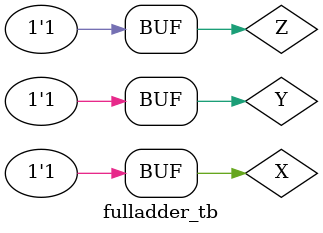
<source format=v>
module fulladder (X ,Y ,Z ,S , C ) ;
    output S , C ;
    input X ,Y , Z ;
    assign S = X ^ Y ^ Z ;
    assign C =( X & Y ) |(( X ^ Y ) & Z ) ;
endmodule

module fulladder_tb ;
    reg X ,Y , Z ;
    wire S , C ;
    fulladder gate (X ,Y ,Z ,S , C ) ;
    initial begin
        $dumpfile ("fulladder.vcd") ;
        $dumpvars (0 , fulladder_tb ) ;
        $display ( " X Y Z S C " ) ;
        $monitor (X , " " ,Y , " " ,Z , " " ,S , " " ,C ) ;
        X = 0; Y = 0; Z = 0;#1 
        X = 0; Y = 0; Z = 1;#1 
        X = 0; Y = 1; Z = 0;#1 
        X = 0; Y = 1; Z = 1;#1 
        X = 1; Y = 0; Z = 0;#1 
        X = 1; Y = 0; Z = 1;#1 
        X = 1; Y = 1; Z = 0;#1 
        X = 1; Y = 1; Z = 1;#1;
end
endmodule
</source>
